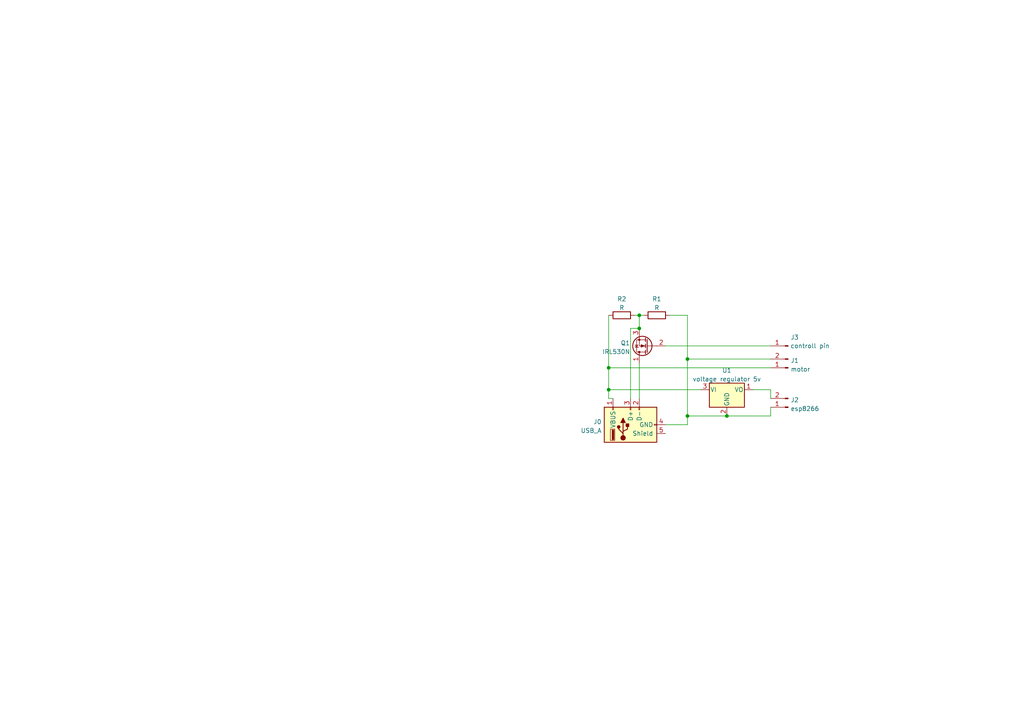
<source format=kicad_sch>
(kicad_sch (version 20211123) (generator eeschema)
  (paper "A4")
  (lib_symbols
    (symbol "Connector:Conn_01x01_Male" (pin_names (offset 1.016) hide)
      (property "Reference" "J" (at 0 2.54 0))
      (property "Value" "Conn_01x01_Male" (at 0 -2.54 0))
      (symbol "Conn_01x01_Male_1_1"
        (polyline (pts (xy 1.27 0) (xy 0.8636 0)) (stroke (width 0.1524)))
        (rectangle (start 0.8636 0.127) (end 0 -0.127) (stroke (width 0.1524)) (fill (type outline)))
        (pin passive line (at 5.08 0 180) (length 3.81) (name "Pin_1") (number "1"))
      )
    )
    (symbol "Connector:Conn_01x02_Male" (pin_names (offset 1.016) hide)
      (property "Reference" "J" (at 0 2.54 0))
      (property "Value" "Conn_01x02_Male" (at 0 -5.08 0))
      (symbol "Conn_01x02_Male_1_1"
        (polyline (pts (xy 1.27 -2.54) (xy 0.8636 -2.54)) (stroke (width 0.1524)))
        (polyline (pts (xy 1.27 0) (xy 0.8636 0)) (stroke (width 0.1524)))
        (rectangle (start 0.8636 -2.413) (end 0 -2.667) (stroke (width 0.1524)) (fill (type outline)))
        (rectangle (start 0.8636 0.127) (end 0 -0.127) (stroke (width 0.1524)) (fill (type outline)))
        (pin passive line (at 5.08 0 180) (length 3.81) (name "Pin_1") (number "1"))
        (pin passive line (at 5.08 -2.54 180) (length 3.81) (name "Pin_2") (number "2"))
      )
    )
    (symbol "Connector:USB_A" (pin_names (offset 1.016))
      (property "Reference" "J" (at -5.08 11.43 0))
      (property "Value" "USB_A" (at -5.08 8.89 0))
      (symbol "USB_A_0_1"
        (rectangle (start -5.08 -7.62) (end 5.08 7.62) (stroke (width 0.254)) (fill (type background)))
        (circle (center -3.81 2.159) (radius 0.635) (stroke (width 0.254)) (fill (type outline)))
        (rectangle (start -1.524 4.826) (end -4.318 5.334) (fill (type outline)))
        (rectangle (start -1.27 4.572) (end -4.572 5.842))
        (circle (center -0.635 3.429) (radius 0.381) (stroke (width 0.254)) (fill (type outline)))
        (rectangle (start -0.127 -7.62) (end 0.127 -6.858))
        (polyline (pts (xy -3.175 2.159) (xy -2.54 2.159) (xy -1.27 3.429) (xy -0.635 3.429)) (stroke (width 0.254)))
        (polyline (pts (xy -2.54 2.159) (xy -1.905 2.159) (xy -1.27 0.889) (xy 0 0.889)) (stroke (width 0.254)))
        (polyline (pts (xy 0.635 2.794) (xy 0.635 1.524) (xy 1.905 2.159) (xy 0.635 2.794)) (stroke (width 0.254)) (fill (type outline)))
        (rectangle (start 0.254 1.27) (end -0.508 0.508) (stroke (width 0.254)) (fill (type outline)))
        (rectangle (start 5.08 -2.667) (end 4.318 -2.413))
        (rectangle (start 5.08 -0.127) (end 4.318 0.127))
        (rectangle (start 5.08 4.953) (end 4.318 5.207))
      )
      (symbol "USB_A_1_1"
        (polyline (pts (xy -1.905 2.159) (xy 0.635 2.159)) (stroke (width 0.254)))
        (pin power_in line (at 7.62 5.08 180) (length 2.54) (name "VBUS") (number "1"))
        (pin bidirectional line (at 7.62 -2.54 180) (length 2.54) (name "D-") (number "2"))
        (pin bidirectional line (at 7.62 0 180) (length 2.54) (name "D+") (number "3"))
        (pin power_in line (at 0 -10.16 90) (length 2.54) (name "GND") (number "4"))
        (pin passive line (at -2.54 -10.16 90) (length 2.54) (name "Shield") (number "5"))
      )
    )
    (symbol "Device:R" (pin_numbers hide) (pin_names (offset 0))
      (property "Reference" "R" (at 2.032 0 90))
      (property "Value" "R" (at 0 0 90))
      (symbol "R_0_1"
        (rectangle (start -1.016 -2.54) (end 1.016 2.54) (stroke (width 0.254)))
      )
      (symbol "R_1_1"
        (pin passive line (at 0 3.81 270) (length 1.27) (name "~") (number "1"))
        (pin passive line (at 0 -3.81 90) (length 1.27) (name "~") (number "2"))
      )
    )
    (symbol "Regulator_Linear:L78L15_TO92" (pin_names (offset 0.254))
      (property "Reference" "U" (at -3.81 3.175 0))
      (property "Value" "L78L15_TO92" (at 0 3.175 0))
      (symbol "L78L15_TO92_0_1"
        (rectangle (start -5.08 -5.08) (end 5.08 1.905) (stroke (width 0.254)) (fill (type background)))
      )
      (symbol "L78L15_TO92_1_1"
        (pin power_out line (at 7.62 0 180) (length 2.54) (name "VO") (number "1"))
        (pin power_in line (at 0 -7.62 90) (length 2.54) (name "GND") (number "2"))
        (pin power_in line (at -7.62 0 0) (length 2.54) (name "VI") (number "3"))
      )
    )
    (symbol "Transistor_FET:IRL6283M" (pin_names hide)
      (property "Reference" "Q" (at 5.08 1.905 0))
      (property "Value" "IRL6283M" (at 5.08 0 0))
      (symbol "IRL6283M_0_1"
        (polyline (pts (xy 0.254 0) (xy -2.54 0)))
        (polyline (pts (xy 0.254 1.905) (xy 0.254 -1.905)) (stroke (width 0.254)))
        (polyline (pts (xy 0.762 -1.27) (xy 0.762 -2.286)) (stroke (width 0.254)))
        (polyline (pts (xy 0.762 0.508) (xy 0.762 -0.508)) (stroke (width 0.254)))
        (polyline (pts (xy 0.762 2.286) (xy 0.762 1.27)) (stroke (width 0.254)))
        (polyline (pts (xy 2.54 2.54) (xy 2.54 1.778)))
        (polyline (pts (xy 2.54 -2.54) (xy 2.54 0) (xy 0.762 0)))
        (polyline (pts (xy 0.762 -1.778) (xy 3.302 -1.778) (xy 3.302 1.778) (xy 0.762 1.778)))
        (polyline (pts (xy 1.016 0) (xy 2.032 0.381) (xy 2.032 -0.381) (xy 1.016 0)) (fill (type outline)))
        (polyline (pts (xy 2.794 0.508) (xy 2.921 0.381) (xy 3.683 0.381) (xy 3.81 0.254)))
        (polyline (pts (xy 3.302 0.381) (xy 2.921 -0.254) (xy 3.683 -0.254) (xy 3.302 0.381)))
        (circle (center 1.651 0) (radius 2.794) (stroke (width 0.254)))
        (circle (center 2.54 -1.778) (radius 0.254) (fill (type outline)))
        (circle (center 2.54 1.778) (radius 0.254) (fill (type outline)))
      )
      (symbol "IRL6283M_1_1"
        (pin passive line (at 2.54 5.08 270) (length 2.54) (name "D") (number "1"))
        (pin input line (at -5.08 0 0) (length 2.54) (name "G") (number "2"))
        (pin passive line (at 2.54 -5.08 90) (length 2.54) (name "S") (number "3"))
      )
    )
  )
  (junction (at 199.39 104.14))
  (junction (at 210.82 120.65))
  (junction (at 185.42 95.25))
  (junction (at 176.53 113.03))
  (junction (at 185.42 91.44))
  (junction (at 176.53 106.68))
  (junction (at 199.39 120.65))
  (wire (pts (xy 185.42 91.44) (xy 186.69 91.44)))
  (wire (pts (xy 218.44 113.03) (xy 223.52 113.03)))
  (wire (pts (xy 199.39 91.44) (xy 194.31 91.44)))
  (wire (pts (xy 185.42 105.41) (xy 185.42 115.57)))
  (wire (pts (xy 210.82 120.65) (xy 223.52 120.65)))
  (wire (pts (xy 199.39 123.19) (xy 199.39 120.65)))
  (wire (pts (xy 199.39 120.65) (xy 210.82 120.65)))
  (wire (pts (xy 185.42 91.44) (xy 185.42 95.25)))
  (wire (pts (xy 185.42 95.25) (xy 182.88 95.25)))
  (wire (pts (xy 176.53 106.68) (xy 176.53 113.03)))
  (wire (pts (xy 223.52 120.65) (xy 223.52 118.11)))
  (wire (pts (xy 176.53 91.44) (xy 176.53 106.68)))
  (wire (pts (xy 193.04 123.19) (xy 199.39 123.19)))
  (wire (pts (xy 193.04 100.33) (xy 223.52 100.33)))
  (wire (pts (xy 176.53 113.03) (xy 203.2 113.03)))
  (wire (pts (xy 199.39 104.14) (xy 199.39 120.65)))
  (wire (pts (xy 176.53 106.68) (xy 223.52 106.68)))
  (wire (pts (xy 184.15 91.44) (xy 185.42 91.44)))
  (wire (pts (xy 199.39 104.14) (xy 223.52 104.14)))
  (wire (pts (xy 176.53 115.57) (xy 177.8 115.57)))
  (wire (pts (xy 176.53 113.03) (xy 176.53 115.57)))
  (wire (pts (xy 223.52 113.03) (xy 223.52 115.57)))
  (wire (pts (xy 182.88 95.25) (xy 182.88 115.57)))
  (wire (pts (xy 199.39 91.44) (xy 199.39 104.14)))
  (symbol (lib_id "Device:R") (at 180.34 91.44 90) (unit 1)
    (property "Reference" "R2" (at 180.34 86.7242 90))
    (property "Value" "R" (at 180.34 89.2611 90))
  )
  (symbol (lib_id "Regulator_Linear:L78L15_TO92") (at 210.82 113.03 0) (unit 1)
    (property "Reference" "U1" (at 210.82 107.4252 0))
    (property "Value" "voltage regulator 5v" (at 210.82 109.9621 0))
    (property "Footprint" "Package_TO_SOT_THT:TO-92_Inline" (effects hide))
    (property "Datasheet" "http://www.st.com/content/ccc/resource/technical/document/datasheet/15/55/e5/aa/23/5b/43/fd/CD00000446.pdf/files/CD00000446.pdf/jcr:content/translations/en.CD00000446.pdf" (effects hide))
  )
  (symbol (lib_id "Device:R") (at 190.5 91.44 90) (unit 1)
    (property "Reference" "R1" (at 190.5 86.7242 90))
    (property "Value" "R" (at 190.5 89.2611 90))
  )
  (symbol (lib_id "Connector:Conn_01x02_Male") (at 228.6 118.11 180) (unit 1)
    (property "Reference" "J2" (at 229.3112 116.0053 0) (effects (justify right)))
    (property "Value" "esp8266" (at 229.3112 118.5422 0) (effects (justify right)))
  )
  (symbol (lib_id "Transistor_FET:IRL6283M") (at 187.96 100.33 180) (unit 1)
    (property "Reference" "Q1" (at 182.7531 99.4953 0) (effects (justify left)))
    (property "Value" "IRL530N" (at 182.7531 102.0322 0) (effects (justify left)))
    (property "Footprint" "Package_DirectFET:DirectFET_MD" (effects hide))
    (property "Datasheet" "https://www.infineon.com/dgdl/irl6283mpbf.pdf?fileId=5546d462533600a40153565fe9452573" (effects hide))
  )
  (symbol (lib_id "Connector:Conn_01x01_Male") (at 228.6 100.33 180) (unit 1)
    (property "Reference" "J3" (at 230.4849 97.8484 0))
    (property "Value" "controll pin" (at 234.95 100.3269 0))
  )
  (symbol (lib_id "Connector:Conn_01x02_Male") (at 228.6 106.68 180) (unit 1)
    (property "Reference" "J1" (at 229.3112 104.5753 0) (effects (justify right)))
    (property "Value" "motor" (at 229.3112 107.1122 0) (effects (justify right)))
  )
  (symbol (lib_id "Connector:USB_A") (at 182.88 123.19 90) (unit 1)
    (property "Reference" "J0" (at 174.498 122.3553 90) (effects (justify left)))
    (property "Value" "USB_A" (at 174.498 124.8922 90) (effects (justify left)))
    (property "Datasheet" " ~" (effects hide))
  )
)
</source>
